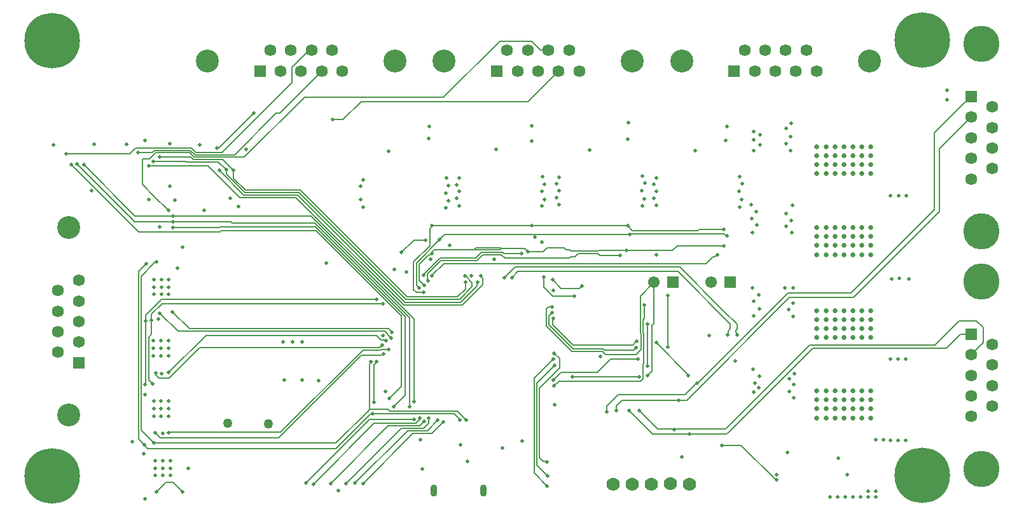
<source format=gbl>
G04*
G04 #@! TF.GenerationSoftware,Altium Limited,Altium Designer,21.6.4 (81)*
G04*
G04 Layer_Physical_Order=4*
G04 Layer_Color=16711680*
%FSLAX25Y25*%
%MOIN*%
G70*
G04*
G04 #@! TF.SameCoordinates,21ADAE42-517F-4329-814C-ACF1F8BA2FEA*
G04*
G04*
G04 #@! TF.FilePolarity,Positive*
G04*
G01*
G75*
%ADD15C,0.00600*%
%ADD184C,0.06260*%
%ADD185R,0.06260X0.06260*%
%ADD186C,0.12008*%
%ADD188R,0.06260X0.06260*%
%ADD190C,0.06265*%
%ADD191R,0.06265X0.06265*%
%ADD192C,0.18996*%
%ADD202C,0.00630*%
%ADD209C,0.07000*%
%ADD210C,0.29134*%
%ADD211C,0.01968*%
%ADD212O,0.03543X0.06299*%
%ADD213R,0.06102X0.06102*%
%ADD214C,0.06102*%
%ADD215C,0.02598*%
%ADD216C,0.01988*%
%ADD217C,0.01987*%
%ADD218C,0.05000*%
D15*
X306784Y64178D02*
X308638Y66032D01*
X308035Y74559D02*
X308638Y73956D01*
X308035Y74559D02*
Y94112D01*
X308638Y66032D02*
Y73956D01*
X308035Y94112D02*
X315186Y101263D01*
X312000Y52500D02*
X314294Y54794D01*
X314084Y78518D02*
X315186Y79619D01*
X314084Y66760D02*
X314294Y66551D01*
Y54794D02*
Y66551D01*
X315186Y79619D02*
Y101263D01*
X314084Y66760D02*
Y78518D01*
X322500Y67500D02*
Y94500D01*
X316378Y69561D02*
X333354Y52585D01*
Y52500D02*
Y52585D01*
X316378Y69561D02*
Y69646D01*
X311823Y57677D02*
X312000Y57500D01*
X311823Y57677D02*
Y79500D01*
D184*
X146524Y223094D02*
D03*
X135737D02*
D03*
X124950D02*
D03*
X114162D02*
D03*
X151918Y211912D02*
D03*
X141131D02*
D03*
X130343D02*
D03*
X119556D02*
D03*
X13970Y69930D02*
D03*
Y80717D02*
D03*
Y91505D02*
D03*
Y102292D02*
D03*
X2788Y64536D02*
D03*
Y75323D02*
D03*
Y86111D02*
D03*
Y96898D02*
D03*
X395068Y223094D02*
D03*
X384280D02*
D03*
X373493D02*
D03*
X362705D02*
D03*
X400461Y211912D02*
D03*
X389674D02*
D03*
X378887D02*
D03*
X368099D02*
D03*
X243729D02*
D03*
X254516D02*
D03*
X265304D02*
D03*
X276091D02*
D03*
X238335Y223094D02*
D03*
X249123D02*
D03*
X259910D02*
D03*
X270698D02*
D03*
D185*
X108768Y211912D02*
D03*
X357312D02*
D03*
X232942D02*
D03*
D186*
X81170Y217503D02*
D03*
X179556D02*
D03*
X8379Y129930D02*
D03*
Y31544D02*
D03*
X329713Y217503D02*
D03*
X428099D02*
D03*
X303729D02*
D03*
X205343D02*
D03*
D188*
X13970Y59142D02*
D03*
D190*
X492597Y68710D02*
D03*
Y57910D02*
D03*
Y47110D02*
D03*
Y36310D02*
D03*
X481397Y63310D02*
D03*
Y52510D02*
D03*
Y41710D02*
D03*
Y30910D02*
D03*
Y155477D02*
D03*
Y166277D02*
D03*
Y177077D02*
D03*
Y187877D02*
D03*
X492597Y160877D02*
D03*
Y171677D02*
D03*
Y182477D02*
D03*
Y193277D02*
D03*
D191*
X481397Y74110D02*
D03*
Y198677D02*
D03*
D192*
X486997Y101710D02*
D03*
Y3310D02*
D03*
Y127877D02*
D03*
Y226277D02*
D03*
D202*
X59982Y92451D02*
G03*
X61973Y92451I996J2400D01*
G01*
X57245Y92261D02*
G03*
X58036Y92451I-205J2590D01*
G01*
X247675Y119029D02*
X249300Y117404D01*
X257210D01*
X259116Y119309D01*
X235204Y119029D02*
X247675D01*
X202725Y123526D02*
X205676Y126478D01*
X253000D01*
X302334D01*
X253000Y125000D02*
Y126478D01*
X259116Y119309D02*
X268284D01*
X221755D02*
X235204D01*
X268284D02*
X269087Y118507D01*
X198974Y116878D02*
X199625Y117529D01*
X198499Y116878D02*
X198974D01*
X192076Y110515D02*
X197306Y115745D01*
X197841D01*
X198920Y116457D02*
Y116457D01*
X198499Y116403D02*
Y116878D01*
X199625Y117529D02*
Y118065D01*
X197841Y115745D02*
X198499Y116403D01*
Y116878D02*
X198920Y116457D01*
X199625Y118065D02*
X200067Y118507D01*
X220952D01*
X221755Y119309D01*
X302377Y126741D02*
X351988D01*
X74213Y166904D02*
X100670D01*
X95369Y168134D02*
X117099Y189864D01*
X119082D01*
X132076Y198310D02*
X204937D01*
X100670Y166904D02*
X132076Y198310D01*
X74722Y168134D02*
X95369D01*
X51883Y73906D02*
Y81381D01*
X48815Y47663D02*
Y80721D01*
X51883Y81381D02*
X51890Y81388D01*
X48815Y80721D02*
X48950Y80855D01*
X48909Y81063D02*
X48950Y81022D01*
X48909Y81063D02*
Y83925D01*
X48680Y47528D02*
X48815Y47663D01*
X301000Y118000D02*
X324947D01*
X286195D02*
X301000D01*
X275541Y116500D02*
X285797D01*
X286876Y115421D01*
X297500D01*
X271747Y117730D02*
X285925D01*
X324947Y118000D02*
X327447Y120500D01*
X285925Y117730D02*
X286195Y118000D01*
X273783Y114742D02*
X275541Y116500D01*
X327447Y120500D02*
X352000D01*
X301500Y131000D02*
X304000Y128500D01*
X251500Y131000D02*
X301500D01*
X251408Y130908D02*
X251500Y131000D01*
X304000Y128500D02*
X338247D01*
X353212Y125517D02*
X353506D01*
X351988Y126741D02*
X353212Y125517D01*
X199000Y131000D02*
X251347D01*
X199000Y130641D02*
Y131000D01*
X189353Y111893D02*
X197809Y120350D01*
Y129449D02*
X199000Y130641D01*
X197809Y120350D02*
Y129449D01*
X189353Y97361D02*
Y111893D01*
X189500Y123500D02*
X195500D01*
X183000Y117000D02*
X189500Y123500D01*
X190698Y111499D02*
X202725Y123526D01*
X271017Y113889D02*
X271871Y114742D01*
X237184Y113889D02*
X271017D01*
X235302Y115770D02*
X237184Y113889D01*
X271871Y114742D02*
X273783D01*
X205152Y111152D02*
X342652D01*
X346299Y114799D01*
X199001Y105001D02*
X205152Y111152D01*
X270971Y118507D02*
X271747Y117730D01*
X269087Y118507D02*
X270971D01*
X220952Y118507D02*
X234681D01*
X225020Y117000D02*
X235812D01*
X236614Y116198D01*
X246000D01*
X225530Y115770D02*
X235302D01*
X234681Y118507D02*
X235204Y119029D01*
X222418Y112659D02*
X225530Y115770D01*
X221909Y113889D02*
X225020Y117000D01*
X203588Y112659D02*
X222418D01*
X203078Y113889D02*
X221909D01*
X196692Y105763D02*
X203588Y112659D01*
X194383Y104905D02*
Y105193D01*
X203078Y113889D01*
X338247Y128500D02*
X338853Y129106D01*
X352000D01*
X346299Y114799D02*
X347146D01*
X348132Y115785D01*
X348500D01*
X87375Y159895D02*
X100215Y147056D01*
X86182Y171673D02*
X86442Y171933D01*
X52324Y169213D02*
X53617Y170506D01*
X87507Y171933D02*
X105687Y190114D01*
X53617Y170506D02*
X72350D01*
X88835Y169364D02*
X125414Y205944D01*
X86442Y171933D02*
X87507D01*
X72350Y170506D02*
X74722Y168134D01*
X40381Y168524D02*
X43593Y171736D01*
X72860D01*
X75232Y169364D02*
X88835D01*
X72860Y171736D02*
X75232Y169364D01*
X44849Y169213D02*
X52324D01*
X56213Y166967D02*
X72411D01*
X73703Y165674D01*
X69993Y164658D02*
X70206Y164444D01*
X53026Y164658D02*
X69993D01*
X54126Y169276D02*
X71841D01*
X74213Y166904D01*
X50993Y166143D02*
X54126Y169276D01*
X73703Y165674D02*
X89273D01*
X70206Y164444D02*
X86805D01*
X89273Y165674D02*
X90564Y164384D01*
Y164383D02*
X91178Y163769D01*
X90564Y164383D02*
Y164384D01*
X50440Y162349D02*
X81656D01*
X98179Y145826D01*
X86805Y164444D02*
X91070Y160180D01*
X91178Y163769D02*
X95192Y159756D01*
X91178Y163769D02*
Y163769D01*
X119572Y22572D02*
X162770Y65770D01*
X61063Y22572D02*
X119572D01*
X162770Y65770D02*
X171999D01*
X118459Y19576D02*
X161832Y62949D01*
X172069D01*
X56554Y19576D02*
X118459D01*
X350973Y15751D02*
X360984D01*
X379223Y-2488D01*
X379517D01*
X285500Y54064D02*
X292436Y61000D01*
X307000D01*
X289804Y63216D02*
X305822D01*
X306784Y64178D01*
X288059Y64961D02*
X289804Y63216D01*
X308321Y49446D02*
X309674Y50799D01*
X265582Y49446D02*
X308321D01*
X310329Y82373D02*
Y89500D01*
X309674Y50799D02*
Y58439D01*
X305990Y70255D02*
X306345D01*
X309514Y74798D02*
X309853Y74459D01*
X309514Y81558D02*
X310329Y82373D01*
X309514Y74798D02*
Y81558D01*
X309853Y58618D02*
Y74459D01*
X304235Y68500D02*
X305990Y70255D01*
X309674Y58439D02*
X309853Y58618D01*
X304525Y65525D02*
X306000Y67000D01*
X289234Y65525D02*
X304525D01*
X272988Y68500D02*
X304235D01*
X262349Y79139D02*
X272988Y68500D01*
X273013Y66191D02*
X288568D01*
X289234Y65525D01*
X259005Y78231D02*
X272275Y64961D01*
X288059D01*
X260235Y78970D02*
X273013Y66191D01*
X327941Y106893D02*
X355351Y79483D01*
X240737Y103684D02*
X243946Y106893D01*
X327941D01*
X262559Y49980D02*
X266643Y54064D01*
X307404Y51755D02*
X308000D01*
X266643Y54064D02*
X285500D01*
X272489Y51755D02*
X307404D01*
X262988Y46852D02*
X265582Y49446D01*
X337790Y48310D02*
X338143D01*
X337506D02*
X337790D01*
X325806Y24284D02*
X352365D01*
X175839Y34630D02*
X176918Y33551D01*
X166378Y32061D02*
X167740D01*
X166191Y34630D02*
X175839D01*
X165369Y33809D02*
X166191Y34630D01*
X148479Y14162D02*
X166378Y32061D01*
X167740D02*
X168000Y32321D01*
X166191Y58191D02*
X167500Y59500D01*
X172214Y65986D02*
X175906D01*
X171489Y67000D02*
X172784Y68295D01*
X77260Y67000D02*
X171489D01*
X175906Y65986D02*
X176047Y66126D01*
X173349Y63288D02*
X173609Y63548D01*
X172408Y63288D02*
X173349D01*
X172069Y62949D02*
X172408Y63288D01*
X171999Y65770D02*
X172214Y65986D01*
X166882Y59500D02*
X167500D01*
X166809Y59572D02*
X166882Y59500D01*
X168500Y58000D02*
X170000Y59500D01*
X168000Y32321D02*
X188718D01*
X168500Y38500D02*
Y58000D01*
X166191Y34631D02*
Y58191D01*
X165369Y33809D02*
X166191Y34631D01*
X148594Y17034D02*
X165369Y33809D01*
X176918Y33551D02*
X188209D01*
X177507Y29191D02*
X177821Y29506D01*
X189432D01*
X132981Y-4091D02*
X166264Y29191D01*
X177507D01*
X61973Y92451D02*
X169864D01*
X61973D02*
X61973D01*
X61332Y51072D02*
X77260Y67000D01*
X80495Y73500D02*
X169792D01*
X172288Y71005D01*
X173703Y70977D02*
X174463D01*
X174723Y70717D01*
X60853Y53859D02*
X80495Y73500D01*
X173675Y71005D02*
X173703Y70977D01*
X172288Y71005D02*
X173675D01*
X71864Y76853D02*
X176330D01*
X62988Y85729D02*
X71864Y76853D01*
X174201Y75623D02*
X175553Y74270D01*
X176802Y76356D02*
Y76380D01*
X65699Y75623D02*
X174201D01*
X56257Y85064D02*
X65699Y75623D01*
X176802Y76356D02*
X177755Y75403D01*
X176330Y76853D02*
X176802Y76380D01*
X53081Y17034D02*
X148594D01*
X175553Y73856D02*
Y74270D01*
Y73856D02*
X177433Y71975D01*
X146777Y186565D02*
X146822Y186519D01*
X152299D01*
X125414Y205944D02*
Y213954D01*
X7296Y168524D02*
X40381D01*
X135584Y136133D02*
X189562Y82155D01*
X63050Y136133D02*
X135584D01*
X119082Y189864D02*
X141131Y211912D01*
X47060Y166143D02*
X50993D01*
X98179Y145826D02*
X127631D01*
X128369Y147056D02*
X160579Y114846D01*
X189562Y38704D02*
Y82155D01*
X94932Y155817D02*
X101233Y149515D01*
X94932Y155817D02*
Y159496D01*
X100724Y148286D02*
X129154D01*
X100215Y147056D02*
X128369D01*
X91070Y157940D02*
Y160180D01*
X101233Y149515D02*
X129847D01*
X91070Y157940D02*
X100724Y148286D01*
X127631Y145826D02*
X184103Y89353D01*
X129847Y149515D02*
X185728Y93634D01*
X129154Y148286D02*
X185035Y92405D01*
X185728Y93634D02*
X212301D01*
X94932Y159496D02*
X95192Y159756D01*
X94323Y132303D02*
X137675D01*
X93485Y133141D02*
X94323Y132303D01*
X137675D02*
X187253Y82725D01*
X63203Y133141D02*
X93485D01*
X63131Y133068D02*
X63203Y133141D01*
X87913Y130285D02*
X137954D01*
X87525Y129897D02*
X87913Y130285D01*
X88227Y128231D02*
X138268D01*
X87839Y127843D02*
X88227Y128231D01*
X51883Y84536D02*
X57521Y90174D01*
X169864Y92451D02*
X169896Y92483D01*
X57521Y90174D02*
X173060D01*
X58036Y92451D02*
X59982D01*
X48909Y83925D02*
X57245Y92261D01*
X168600Y27197D02*
X190388D01*
X50000Y14162D02*
X148479D01*
X136760Y-4643D02*
X168600Y27197D01*
X54416Y-8572D02*
X59388Y-3600D01*
X63030D02*
X68143Y-8713D01*
X48110Y16052D02*
X50000Y14162D01*
X60803Y22312D02*
X61063Y22572D01*
X53851Y22278D02*
X56554Y19576D01*
X59388Y-3600D02*
X63030D01*
X60853Y53859D02*
X60853D01*
X55820Y51072D02*
X61332D01*
X50426Y50032D02*
Y72449D01*
X51883Y73906D01*
X50426Y50032D02*
X52483Y47975D01*
X54058Y53617D02*
X54318Y53357D01*
Y52574D02*
Y53357D01*
Y52574D02*
X55820Y51072D01*
X45111Y19051D02*
X48110Y16052D01*
X46371Y23744D02*
X53081Y17034D01*
X45111Y19051D02*
Y106997D01*
X46371Y23744D02*
Y104418D01*
X51883Y81387D02*
Y84536D01*
X56257Y85064D02*
X56257D01*
X152299Y186519D02*
X161727Y195948D01*
X255832Y223094D02*
X259910D01*
X161727Y195948D02*
X249339D01*
X265304Y211912D01*
X134554Y223094D02*
X135737D01*
X125414Y213954D02*
X134554Y223094D01*
X43038Y133145D02*
X63055D01*
X43337Y136111D02*
X63028D01*
X47060Y152548D02*
X53131Y146477D01*
X47060Y152548D02*
Y166143D01*
X45235Y127843D02*
X87839D01*
X251088Y227838D02*
X255832Y223094D01*
X204937Y198310D02*
X234465Y227838D01*
X251088D01*
X12944Y163239D02*
Y163399D01*
X54149Y111973D02*
X54517D01*
X91070Y160180D02*
X91070D01*
X63028Y136111D02*
X63050Y136133D01*
X63306Y129897D02*
X87525D01*
X63050Y130152D02*
X63306Y129897D01*
X63055Y133145D02*
X63059Y133141D01*
X53131Y146477D02*
X53131D01*
X60741Y138867D01*
X52900Y164784D02*
X53026Y164658D01*
X12944Y163239D02*
X43038Y133145D01*
X46371Y104418D02*
X53480Y111527D01*
X45111Y106997D02*
X49127Y111012D01*
X53480Y111527D02*
X53703D01*
X54149Y111973D01*
X9920Y163157D02*
X45235Y127843D01*
X16366Y163082D02*
X43337Y136111D01*
X177755Y75036D02*
Y75403D01*
X176622Y40239D02*
X182976Y46593D01*
X182872Y24737D02*
X194451D01*
X175933Y25967D02*
X192415D01*
X178931Y35860D02*
X184989Y41918D01*
X160579Y114846D02*
Y114846D01*
X182976Y46593D02*
Y83523D01*
X138268Y128231D02*
X182976Y83523D01*
X137954Y130285D02*
X184989Y83249D01*
X160579Y114846D02*
X184792Y90633D01*
X153886Y-4367D02*
Y-4249D01*
X162784Y-4210D02*
X188926Y21932D01*
X153886Y-4249D02*
X182872Y24737D01*
X145717Y-4249D02*
X175933Y25967D01*
X158690Y-4013D02*
X186209Y23507D01*
X353971Y73767D02*
X354145Y73941D01*
Y75706D02*
X355351Y76912D01*
X354145Y73941D02*
Y75706D01*
X355351Y76912D02*
Y79483D01*
X359005Y73767D02*
Y74135D01*
X358124Y76021D02*
X358734Y76631D01*
X358124Y75015D02*
Y76021D01*
Y75015D02*
X359005Y74135D01*
X358734Y76631D02*
Y79272D01*
X257284Y7216D02*
X258931D01*
X259191Y6956D01*
X256546Y7954D02*
X257284Y7216D01*
X187253Y35860D02*
Y82725D01*
X184989Y41918D02*
Y83249D01*
X290501Y33349D02*
Y36301D01*
X296604Y42405D01*
X295490Y34103D02*
X295570Y34023D01*
X295490Y34103D02*
Y36277D01*
X298619Y39406D01*
X418563Y95625D02*
X462253Y139314D01*
X358040Y68207D02*
X385458Y95625D01*
X418563D01*
X358040Y68207D02*
Y68207D01*
X331601Y42405D02*
X337506Y48310D01*
X338143D02*
X358040Y68207D01*
X266658Y98153D02*
X276273D01*
X277600Y99479D02*
X277689D01*
X276273Y98153D02*
X277600Y99479D01*
X262117Y102694D02*
X266658Y98153D01*
X332384Y39406D02*
X386340Y93362D01*
X298619Y39406D02*
X328328D01*
X332384D01*
X386340Y93362D02*
X419837D01*
X190770Y95944D02*
X194369D01*
X189353Y97361D02*
X190770Y95944D01*
X194779Y99568D02*
X194779D01*
X192074Y102273D02*
Y107144D01*
Y102273D02*
X194779Y99568D01*
X190698Y99651D02*
Y111499D01*
Y99651D02*
X192096Y98253D01*
X185035Y92405D02*
X213434D01*
X184792Y90633D02*
X213827D01*
X184103Y89353D02*
X214713D01*
X462253Y179533D02*
X478579Y195859D01*
X462253Y139314D02*
Y179533D01*
X478579Y195859D02*
Y195859D01*
X481397Y198677D01*
X481397Y187877D02*
X481397D01*
X464753Y171233D02*
X481397Y187877D01*
X464753Y138278D02*
Y171233D01*
X198823Y21932D02*
X204896Y28005D01*
X188926Y21932D02*
X198823D01*
X204896Y28005D02*
X204896D01*
X190388Y27197D02*
X192100Y28909D01*
Y29841D01*
X196487Y23507D02*
X201958Y28978D01*
X194451Y24737D02*
X197095Y27381D01*
X192415Y25967D02*
X194733Y28284D01*
X186209Y23507D02*
X196487D01*
X192100Y29841D02*
X192360Y30101D01*
X252509Y51114D02*
X262564Y61170D01*
X262559Y49959D02*
Y49980D01*
X262843Y64157D02*
X265698Y61302D01*
X255166Y45832D02*
X265698Y56363D01*
Y61302D01*
X463259Y66732D02*
X463341Y66814D01*
X462542Y68462D02*
X475068Y80987D01*
X353111Y24775D02*
X396799Y68462D01*
X354131Y22314D02*
X398549Y66732D01*
X396799Y68462D02*
X462542D01*
X463341Y66814D02*
X468611D01*
X398549Y66732D02*
X463259D01*
X468611Y66814D02*
X475907Y74110D01*
X333722Y21624D02*
X353185D01*
X314473D02*
X333722D01*
X262349Y82088D02*
X262544Y82282D01*
X259005Y87341D02*
X259885Y88222D01*
X260235Y78970D02*
Y83556D01*
X262349Y79139D02*
Y82088D01*
X259005Y78231D02*
Y87341D01*
X260235Y83556D02*
X261918Y85239D01*
X296604Y42405D02*
X331601D01*
X352855Y24775D02*
X353111D01*
X352365Y24284D02*
X352855Y24775D01*
X353875Y22314D02*
X354131D01*
X353185Y21624D02*
X353875Y22314D01*
X302076Y34021D02*
X314473Y21624D01*
X317296Y24284D02*
X325617D01*
X307568Y34013D02*
X317296Y24284D01*
X307568Y34013D02*
Y34013D01*
X325617Y24284D02*
X325806Y24096D01*
X192076Y107146D02*
Y110515D01*
X216091Y104609D02*
X216369D01*
X219963Y98934D02*
Y101015D01*
X216485Y97818D02*
Y101228D01*
X216369Y104609D02*
X219963Y101015D01*
X216369Y101344D02*
X216485Y101228D01*
X212301Y93634D02*
X216485Y97818D01*
X213827Y90633D02*
X222518Y99323D01*
X224446Y104406D02*
Y104773D01*
X225430Y100070D02*
Y103422D01*
X222518Y100952D02*
X222778Y101212D01*
X222518Y99323D02*
Y100952D01*
X224446Y104406D02*
X225430Y103422D01*
X262353Y94058D02*
X273493D01*
X257627Y98785D02*
X262353Y94058D01*
X257627Y98785D02*
Y103940D01*
X259885Y88222D02*
X261734D01*
X214713Y89353D02*
X225430Y100070D01*
X213434Y92405D02*
X219963Y98934D01*
X255166Y9334D02*
X256546Y7954D01*
X255166Y9334D02*
Y45832D01*
X256546Y7954D02*
X256546D01*
X253788Y5447D02*
X259462Y-227D01*
Y-227D02*
Y-227D01*
X252509Y1241D02*
Y51114D01*
Y1241D02*
X259307Y-5557D01*
X253788Y48212D02*
X263335Y57759D01*
X253788Y5447D02*
Y48212D01*
X242449Y109235D02*
X328771D01*
X350298Y87708D01*
X236800Y103586D02*
X242449Y109235D01*
X351651Y86355D02*
X351651D01*
X358734Y79272D01*
X350298Y87708D02*
X351651Y86355D01*
X350298Y87708D02*
Y87708D01*
X419837Y93362D02*
X464753Y138278D01*
X210561Y32410D02*
X213675Y29296D01*
X188209Y33551D02*
X188298Y33640D01*
X212291D01*
X188807Y32410D02*
X210561D01*
X212291Y33640D02*
X216815Y29115D01*
X188718Y32321D02*
X188807Y32410D01*
X197095Y27381D02*
Y30085D01*
X197108Y30098D01*
X192074Y107144D02*
X192076Y107146D01*
X196692Y102302D02*
X196866Y102128D01*
X196692Y102302D02*
Y105763D01*
X213675Y28991D02*
Y29296D01*
X199001Y104806D02*
Y105001D01*
X475068Y80987D02*
X484359D01*
X487745Y77601D01*
Y69658D02*
Y77601D01*
X481397Y63310D02*
X487745Y69658D01*
X475907Y74110D02*
X481397D01*
D209*
X304000Y-4739D02*
D03*
X294000D02*
D03*
X314000Y-4500D02*
D03*
X324000Y-4291D02*
D03*
X334000Y-4606D02*
D03*
D210*
X-125Y-306D02*
D03*
X455816Y82D02*
D03*
X15Y228045D02*
D03*
X455816Y228428D02*
D03*
D211*
X61844Y-109D02*
D03*
X57906D02*
D03*
X53969D02*
D03*
X61844Y3827D02*
D03*
X57906D02*
D03*
X61844Y7764D02*
D03*
X57906D02*
D03*
X53969D02*
D03*
Y3827D02*
D03*
X53064Y34930D02*
D03*
Y38867D02*
D03*
X57001D02*
D03*
X60938D02*
D03*
X57001Y34930D02*
D03*
X60938D02*
D03*
X53064Y30993D02*
D03*
X57001D02*
D03*
X60938D02*
D03*
X53103Y98788D02*
D03*
Y102725D02*
D03*
X57040D02*
D03*
X60977D02*
D03*
X57040Y98788D02*
D03*
X60977D02*
D03*
X53103Y94851D02*
D03*
X57040D02*
D03*
X60977D02*
D03*
X60899Y62843D02*
D03*
X56962D02*
D03*
X53025D02*
D03*
X60899Y66780D02*
D03*
X56962D02*
D03*
X60899Y70717D02*
D03*
X56962D02*
D03*
X53025D02*
D03*
Y66780D02*
D03*
D212*
X199713Y-7950D02*
D03*
X225698D02*
D03*
D213*
X325186Y101263D02*
D03*
X355186D02*
D03*
D214*
X315186D02*
D03*
X345186D02*
D03*
D215*
X405383Y34885D02*
D03*
X429005Y30160D02*
D03*
X424280D02*
D03*
X419556D02*
D03*
X414831D02*
D03*
X410107D02*
D03*
X405383D02*
D03*
X400658D02*
D03*
X429005Y34885D02*
D03*
X424280D02*
D03*
X419556D02*
D03*
X410107D02*
D03*
X400658D02*
D03*
X429005Y39609D02*
D03*
X424280D02*
D03*
X419556D02*
D03*
X414831D02*
D03*
X410107D02*
D03*
X405383D02*
D03*
X400658D02*
D03*
X429005Y44334D02*
D03*
X424280D02*
D03*
X419556D02*
D03*
X414831D02*
D03*
X410107D02*
D03*
X405383D02*
D03*
X400658D02*
D03*
X414831Y34885D02*
D03*
X429005Y115830D02*
D03*
X424280D02*
D03*
X419556D02*
D03*
X414831D02*
D03*
X410107D02*
D03*
X405383D02*
D03*
X400658D02*
D03*
X429005Y120554D02*
D03*
X424280D02*
D03*
X419556D02*
D03*
X410107D02*
D03*
X405383D02*
D03*
X400658D02*
D03*
X429005Y125279D02*
D03*
X424280D02*
D03*
X419556D02*
D03*
X414831D02*
D03*
X410107D02*
D03*
X405383D02*
D03*
X400658D02*
D03*
X429005Y130003D02*
D03*
X424280D02*
D03*
X419556D02*
D03*
X414831D02*
D03*
X410107D02*
D03*
X405383D02*
D03*
X400658D02*
D03*
X414831Y120554D02*
D03*
Y162969D02*
D03*
X400658Y172418D02*
D03*
X405383D02*
D03*
X410107D02*
D03*
X414831D02*
D03*
X419556D02*
D03*
X424280D02*
D03*
X429005D02*
D03*
X400658Y167693D02*
D03*
X405383D02*
D03*
X410107D02*
D03*
X414831D02*
D03*
X419556D02*
D03*
X424280D02*
D03*
X429005D02*
D03*
X400658Y162969D02*
D03*
X405383D02*
D03*
X410107D02*
D03*
X419556D02*
D03*
X424280D02*
D03*
X429005D02*
D03*
X400658Y158244D02*
D03*
X405383D02*
D03*
X410107D02*
D03*
X414831D02*
D03*
X419556D02*
D03*
X424280D02*
D03*
X429005D02*
D03*
Y72286D02*
D03*
X424280D02*
D03*
X419556D02*
D03*
X414831D02*
D03*
X410107D02*
D03*
X405383D02*
D03*
X400658D02*
D03*
X429005Y77011D02*
D03*
X424280D02*
D03*
X419556D02*
D03*
X410107D02*
D03*
X405383D02*
D03*
X400658D02*
D03*
X429005Y81735D02*
D03*
X424280D02*
D03*
X419556D02*
D03*
X414831D02*
D03*
X410107D02*
D03*
X405383D02*
D03*
X400658D02*
D03*
X429005Y86460D02*
D03*
X424280D02*
D03*
X419556D02*
D03*
X414831D02*
D03*
X410107D02*
D03*
X405383D02*
D03*
X400658D02*
D03*
X414831Y77011D02*
D03*
D216*
X206410Y155950D02*
D03*
X207395Y143943D02*
D03*
X206115Y148175D02*
D03*
X162709Y155163D02*
D03*
X161528Y144533D02*
D03*
Y151718D02*
D03*
X207591Y152112D02*
D03*
X249300Y117404D02*
D03*
X256485Y122444D02*
D03*
X101500Y171000D02*
D03*
X48950Y80855D02*
D03*
X51890Y81388D02*
D03*
X297500Y115421D02*
D03*
X316553Y115605D02*
D03*
X352000Y120500D02*
D03*
X208335Y120816D02*
D03*
X301500Y131000D02*
D03*
X199000D02*
D03*
X251347D02*
D03*
X246000Y116198D02*
D03*
X231446Y113461D02*
D03*
X353506Y125517D02*
D03*
X348500Y115785D02*
D03*
X360087Y140830D02*
D03*
X359891Y148999D02*
D03*
X360186Y156775D02*
D03*
X87375Y159895D02*
D03*
X86182Y171673D02*
D03*
X61686Y174045D02*
D03*
X301499Y176197D02*
D03*
X301991Y185015D02*
D03*
X379517Y-2488D02*
D03*
X411761Y8940D02*
D03*
X287193Y62483D02*
D03*
X235787Y14332D02*
D03*
X146777Y186565D02*
D03*
X105687Y190114D02*
D03*
X145717Y-4249D02*
D03*
X136760Y-4643D02*
D03*
X132981Y-4091D02*
D03*
X131000Y50000D02*
D03*
X150000Y-8000D02*
D03*
X143500Y111500D02*
D03*
X173609Y63548D02*
D03*
X131000Y70000D02*
D03*
X125906Y69943D02*
D03*
X121000Y70000D02*
D03*
X162709Y140695D02*
D03*
X206312Y140498D02*
D03*
X177433Y71975D02*
D03*
X174723Y70717D02*
D03*
X169896Y92483D02*
D03*
X62988Y85729D02*
D03*
X48688Y-12183D02*
D03*
X57175Y53468D02*
D03*
X60853Y53859D02*
D03*
X55379Y82011D02*
D03*
X56257Y85064D02*
D03*
X65465Y108631D02*
D03*
X57776Y21885D02*
D03*
X60803Y22312D02*
D03*
X53851Y22278D02*
D03*
X54416Y-8572D02*
D03*
X47847Y11209D02*
D03*
X53081Y17034D02*
D03*
X48110Y16052D02*
D03*
X68143Y-8713D02*
D03*
X48680Y47528D02*
D03*
X52483Y47975D02*
D03*
X48680Y42213D02*
D03*
X41962Y17538D02*
D03*
X54058Y53617D02*
D03*
X77055Y173439D02*
D03*
X281446Y170751D02*
D03*
X232627Y171145D02*
D03*
X251131Y175476D02*
D03*
X197194Y176657D02*
D03*
X197587Y182956D02*
D03*
X309202Y157168D02*
D03*
X308906Y149393D02*
D03*
X310186Y145160D02*
D03*
X310383Y153330D02*
D03*
X309103Y141224D02*
D03*
X256741Y156676D02*
D03*
X256642Y141224D02*
D03*
X257725Y144668D02*
D03*
X256446Y148901D02*
D03*
X213040Y155889D02*
D03*
Y148901D02*
D03*
Y141420D02*
D03*
X211859Y145259D02*
D03*
Y152444D02*
D03*
X251131Y183350D02*
D03*
X265501Y141912D02*
D03*
X257922Y152838D02*
D03*
X264320Y145751D02*
D03*
Y152936D02*
D03*
X265501Y149393D02*
D03*
Y156381D02*
D03*
X176141Y169885D02*
D03*
X505Y173316D02*
D03*
X48517Y175822D02*
D03*
X9920Y163157D02*
D03*
X12944Y163399D02*
D03*
X7296Y168524D02*
D03*
X38989Y173512D02*
D03*
X21765Y173512D02*
D03*
X16366Y163082D02*
D03*
X20548Y149264D02*
D03*
X91070Y160180D02*
D03*
X94932Y159974D02*
D03*
X97650Y141032D02*
D03*
X93032Y145453D02*
D03*
X56312Y130402D02*
D03*
X68065Y119650D02*
D03*
X63050Y130152D02*
D03*
X63059Y133141D02*
D03*
X63050Y136133D02*
D03*
X60741Y138867D02*
D03*
X79652Y139052D02*
D03*
X54517Y111973D02*
D03*
X61390Y151570D02*
D03*
X52900Y164784D02*
D03*
X50440Y162349D02*
D03*
X44849Y169213D02*
D03*
X56213Y166967D02*
D03*
X50406Y144576D02*
D03*
X64088Y144379D02*
D03*
X71174Y3827D02*
D03*
X49127Y111012D02*
D03*
X158690Y-4013D02*
D03*
X162784Y-4210D02*
D03*
X153886Y-4367D02*
D03*
X176622Y40239D02*
D03*
X174457Y43979D02*
D03*
X177755Y75036D02*
D03*
X176047Y66126D02*
D03*
X173060Y90174D02*
D03*
X172784Y68295D02*
D03*
X179083Y108153D02*
D03*
X178931Y35860D02*
D03*
X385026Y11893D02*
D03*
X431406Y-11336D02*
D03*
Y-8383D02*
D03*
X427482D02*
D03*
X407430Y-11336D02*
D03*
X419461D02*
D03*
X423471D02*
D03*
X427482D02*
D03*
X415451D02*
D03*
X411440D02*
D03*
X431690Y18541D02*
D03*
X435627D02*
D03*
X352800Y175638D02*
D03*
X353467Y182956D02*
D03*
X344067Y73370D02*
D03*
X353971Y73767D02*
D03*
X359005D02*
D03*
X259191Y6956D02*
D03*
X217666Y7365D02*
D03*
X189562Y38704D02*
D03*
X316485Y155987D02*
D03*
X336957Y170357D02*
D03*
X367692Y175869D02*
D03*
Y180200D02*
D03*
X367469Y170456D02*
D03*
X370934Y178727D02*
D03*
X290501Y33349D02*
D03*
X447535Y146735D02*
D03*
X443650D02*
D03*
X439320D02*
D03*
X448768Y103034D02*
D03*
X443975Y103330D02*
D03*
X439713Y103034D02*
D03*
X447194Y60909D02*
D03*
X443257D02*
D03*
X439320D02*
D03*
X447194Y18389D02*
D03*
X443257D02*
D03*
X439320D02*
D03*
X468847Y197129D02*
D03*
X468825Y201964D02*
D03*
X383808Y98310D02*
D03*
X388139D02*
D03*
X277689Y99479D02*
D03*
X337790Y48310D02*
D03*
X328328Y39406D02*
D03*
X325806Y24096D02*
D03*
X333722Y21624D02*
D03*
X386234Y44083D02*
D03*
X388596Y40540D02*
D03*
X367336Y55599D02*
D03*
X370028Y45948D02*
D03*
X368123Y48414D02*
D03*
X367666Y43586D02*
D03*
X370486Y51958D02*
D03*
X388926Y53428D02*
D03*
X388596Y47627D02*
D03*
X386170Y50672D02*
D03*
X384595Y137286D02*
D03*
X388139Y90436D02*
D03*
X192096Y98253D02*
D03*
X194779Y99568D02*
D03*
X224446Y104773D02*
D03*
X192360Y30101D02*
D03*
X219639Y104605D02*
D03*
X187253Y35860D02*
D03*
X199001Y104806D02*
D03*
X189432Y29506D02*
D03*
X201958Y28978D02*
D03*
X262564Y61170D02*
D03*
X194733Y28284D02*
D03*
X261734Y88222D02*
D03*
X262548Y97129D02*
D03*
X213675Y28991D02*
D03*
X197108Y30098D02*
D03*
X262988Y46852D02*
D03*
X194369Y95944D02*
D03*
X194383Y104905D02*
D03*
X204896Y28005D02*
D03*
X216815Y29115D02*
D03*
X262559Y49959D02*
D03*
X272489Y51755D02*
D03*
X261918Y85239D02*
D03*
X240737Y103684D02*
D03*
X196866Y102128D02*
D03*
X263335Y36893D02*
D03*
Y57759D02*
D03*
X262117Y102694D02*
D03*
X236800Y103586D02*
D03*
X216091Y104609D02*
D03*
X257627Y103940D02*
D03*
X262843Y64157D02*
D03*
X262544Y82282D02*
D03*
X222778Y101212D02*
D03*
X216369Y101344D02*
D03*
X192883Y18783D02*
D03*
X357823Y60121D02*
D03*
X198262Y113436D02*
D03*
X185383Y106578D02*
D03*
X246200Y18067D02*
D03*
X329796Y9531D02*
D03*
X193749Y3428D02*
D03*
X259462Y-227D02*
D03*
X259307Y-5557D02*
D03*
X384595Y173901D02*
D03*
Y182168D02*
D03*
X386957Y170357D02*
D03*
Y177838D02*
D03*
X387154Y184826D02*
D03*
X370816Y173507D02*
D03*
X387745Y141617D02*
D03*
X384595Y130594D02*
D03*
X387548Y127346D02*
D03*
X387351Y133743D02*
D03*
X368847Y138468D02*
D03*
X366879Y127444D02*
D03*
X369241Y131381D02*
D03*
X366406Y134540D02*
D03*
X366190Y142109D02*
D03*
X370028Y94767D02*
D03*
X367666Y83743D02*
D03*
Y91224D02*
D03*
X370422Y87287D02*
D03*
X366879Y98409D02*
D03*
X388139Y83350D02*
D03*
X385776Y86893D02*
D03*
X316485Y148999D02*
D03*
X315304Y145357D02*
D03*
X316485Y141519D02*
D03*
X315304Y152542D02*
D03*
X361170Y144767D02*
D03*
X361367Y152936D02*
D03*
X213729Y16105D02*
D03*
X273493Y94058D02*
D03*
X307568Y34013D02*
D03*
X302076Y34021D02*
D03*
X295570Y34023D02*
D03*
X350973Y15751D02*
D03*
D217*
X198920Y116457D02*
D03*
X416485Y239D02*
D03*
X173244Y73314D02*
D03*
X302377Y126434D02*
D03*
X301000Y118000D02*
D03*
X253000Y125000D02*
D03*
X195500Y123500D02*
D03*
X183000Y117000D02*
D03*
X202725Y123526D02*
D03*
X352000Y129106D02*
D03*
X139634Y49815D02*
D03*
X379500Y500D02*
D03*
X307000Y61000D02*
D03*
X306345Y70255D02*
D03*
X306000Y67000D02*
D03*
X312000Y52500D02*
D03*
X322500Y67500D02*
D03*
X312000Y57500D02*
D03*
X307365Y51755D02*
D03*
X322500Y94500D02*
D03*
X316378Y69646D02*
D03*
X310329Y89500D02*
D03*
X333354Y52500D02*
D03*
X311823Y79500D02*
D03*
X121500Y50000D02*
D03*
X168500Y38500D02*
D03*
X169877Y59623D02*
D03*
X166809Y59572D02*
D03*
X168000Y32321D02*
D03*
D218*
X113229Y27168D02*
D03*
X92011Y27426D02*
D03*
M02*

</source>
